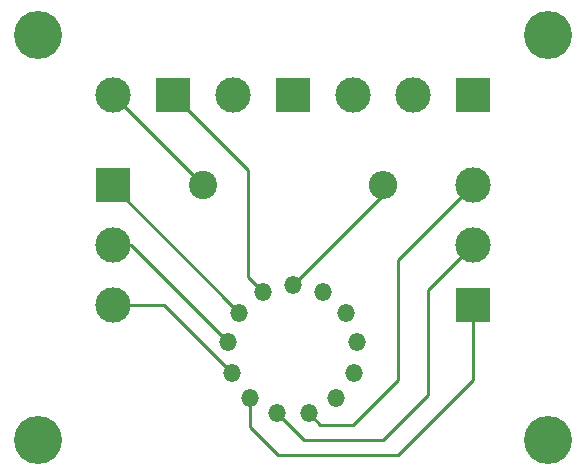
<source format=gbr>
G04 #@! TF.FileFunction,Copper,L1,Top,Signal*
%FSLAX46Y46*%
G04 Gerber Fmt 4.6, Leading zero omitted, Abs format (unit mm)*
G04 Created by KiCad (PCBNEW 4.0.7) date Tuesday, March 20, 2018 'PMt' 03:31:39 PM*
%MOMM*%
%LPD*%
G01*
G04 APERTURE LIST*
%ADD10C,0.100000*%
%ADD11C,4.064000*%
%ADD12R,3.000000X3.000000*%
%ADD13C,3.000000*%
%ADD14O,1.500000X1.500000*%
%ADD15C,2.400000*%
%ADD16O,2.400000X2.400000*%
%ADD17C,0.250000*%
G04 APERTURE END LIST*
D10*
D11*
X130810000Y-58420000D03*
X130810000Y-92710000D03*
X173990000Y-92710000D03*
D12*
X137160000Y-71120000D03*
D13*
X137160000Y-76200000D03*
X137160000Y-81280000D03*
D12*
X167640000Y-81280000D03*
D13*
X167640000Y-76200000D03*
X167640000Y-71120000D03*
D12*
X167640000Y-63500000D03*
D13*
X162560000Y-63500000D03*
X157480000Y-63500000D03*
D12*
X152400000Y-63500000D03*
D13*
X147320000Y-63500000D03*
D12*
X142240000Y-63500000D03*
D13*
X137160000Y-63500000D03*
D14*
X152400000Y-79590000D03*
X149844023Y-80219992D03*
X147873589Y-81965644D03*
X146940102Y-84427049D03*
X147257411Y-87040326D03*
X148752826Y-89206809D03*
X151083764Y-90430179D03*
X153716236Y-90430179D03*
X156047174Y-89206809D03*
X157542589Y-87040326D03*
X157859898Y-84427049D03*
X156926411Y-81965644D03*
X154955977Y-80219992D03*
D15*
X144780000Y-71120000D03*
D16*
X160020000Y-71120000D03*
D11*
X173990000Y-58420000D03*
D17*
X137160000Y-71120000D02*
X137160000Y-71252055D01*
X137160000Y-71252055D02*
X147873589Y-81965644D01*
X137160000Y-76200000D02*
X138713053Y-76200000D01*
X138713053Y-76200000D02*
X146940102Y-84427049D01*
X137160000Y-81280000D02*
X141497085Y-81280000D01*
X141497085Y-81280000D02*
X147257411Y-87040326D01*
X167640000Y-81280000D02*
X167640000Y-87630000D01*
X148752826Y-91602826D02*
X148752826Y-89206809D01*
X151130000Y-93980000D02*
X148752826Y-91602826D01*
X161290000Y-93980000D02*
X151130000Y-93980000D01*
X167640000Y-87630000D02*
X161290000Y-93980000D01*
X167640000Y-76200000D02*
X163830000Y-80010000D01*
X153363585Y-92710000D02*
X151083764Y-90430179D01*
X160020000Y-92710000D02*
X153363585Y-92710000D01*
X163830000Y-88900000D02*
X160020000Y-92710000D01*
X163830000Y-80010000D02*
X163830000Y-88900000D01*
X167640000Y-71120000D02*
X162560000Y-76200000D01*
X154726057Y-91440000D02*
X153716236Y-90430179D01*
X157480000Y-91440000D02*
X154726057Y-91440000D01*
X161290000Y-87630000D02*
X157480000Y-91440000D01*
X161290000Y-77470000D02*
X161290000Y-87630000D01*
X162560000Y-76200000D02*
X161290000Y-77470000D01*
X167640000Y-71120000D02*
X167640000Y-72390000D01*
X142240000Y-63500000D02*
X148590000Y-69850000D01*
X148590000Y-78965969D02*
X149844023Y-80219992D01*
X148590000Y-69850000D02*
X148590000Y-78965969D01*
X137160000Y-63500000D02*
X144780000Y-71120000D01*
X160020000Y-71120000D02*
X160020000Y-71970000D01*
X160020000Y-71970000D02*
X152400000Y-79590000D01*
M02*

</source>
